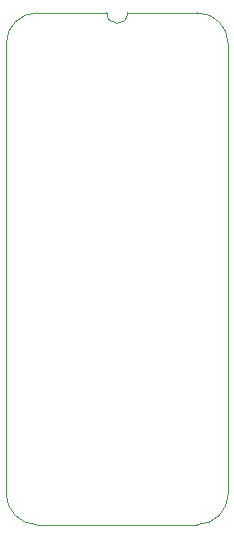
<source format=gm1>
%TF.GenerationSoftware,KiCad,Pcbnew,7.0.5*%
%TF.CreationDate,2024-02-10T21:00:02+02:00*%
%TF.ProjectId,HCP65 MPU Timer,48435036-3520-44d5-9055-2054696d6572,rev?*%
%TF.SameCoordinates,Original*%
%TF.FileFunction,Profile,NP*%
%FSLAX46Y46*%
G04 Gerber Fmt 4.6, Leading zero omitted, Abs format (unit mm)*
G04 Created by KiCad (PCBNEW 7.0.5) date 2024-02-10 21:00:02*
%MOMM*%
%LPD*%
G01*
G04 APERTURE LIST*
%TA.AperFunction,Profile*%
%ADD10C,0.100000*%
%TD*%
G04 APERTURE END LIST*
D10*
%TO.C,J2*%
X87122000Y-96520000D02*
X87122000Y-58420000D01*
X95631000Y-55803800D02*
X89735732Y-55806268D01*
X103304267Y-55806267D02*
X97409000Y-55803800D01*
X103304268Y-99133732D02*
X89735733Y-99133733D01*
X105918000Y-96520000D02*
X105917999Y-58419999D01*
X89735732Y-55806268D02*
G75*
G03*
X87122000Y-58420000I-1J-2613731D01*
G01*
X87122000Y-96520000D02*
G75*
G03*
X89735733Y-99133733I2613727J-6D01*
G01*
X95631000Y-55803800D02*
G75*
G03*
X97409000Y-55803800I889000J0D01*
G01*
X105917993Y-58419999D02*
G75*
G03*
X103304267Y-55806267I-2613743J-11D01*
G01*
X103304268Y-99133730D02*
G75*
G03*
X105918000Y-96520000I2J2613730D01*
G01*
%TD*%
M02*

</source>
